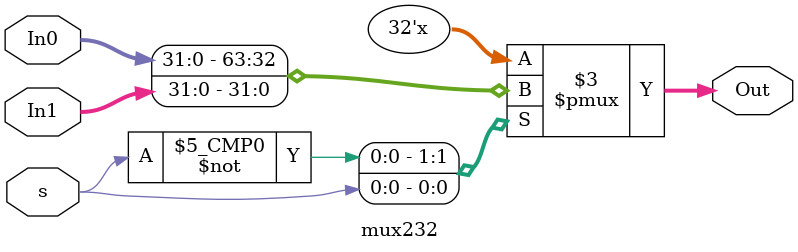
<source format=v>
`timescale 1ns / 1ps


module mux232(Out,In0,In1,s);
output [31:0] Out;
input [31:0] In0;
input [31:0] In1;
input s;
reg [31:0] Out=32'b0;
always @ (In0 or In1 or s)begin
    case(s)
    1'b0: Out=In0;
    1'b1: Out=In1;
    default Out=32'b0;
    endcase
end
endmodule

</source>
